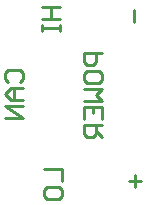
<source format=gbo>
%FSTAX23Y23*%
%MOIN*%
%SFA1B1*%

%IPPOS*%
%ADD73C,0.010000*%
%LNpcb-1*%
%LPD*%
G54D73*
X0065Y01275D02*
X0071D01*
Y01235*
X0065Y01185D02*
Y01205D01*
X0066Y01215*
X007*
X0071Y01205*
Y01185*
X007Y01175*
X0066*
X0065Y01185*
X00645Y01815D02*
X00705D01*
X00675*
Y01775*
X00645*
X00705*
X00645Y01755D02*
Y01735D01*
Y01745*
X00705*
Y01755*
Y01735*
X0095Y01805D02*
Y01765D01*
X00955Y01215D02*
Y01254D01*
X00935Y01234D02*
X00975D01*
X00845Y0166D02*
X00785D01*
Y0163*
X00795Y0162*
X00815*
X00825Y0163*
Y0166*
X00785Y0157D02*
Y0159D01*
X00795Y016*
X00835*
X00845Y0159*
Y0157*
X00835Y0156*
X00795*
X00785Y0157*
Y0154D02*
X00845D01*
X00825Y0152*
X00845Y015*
X00785*
Y0144D02*
Y0148D01*
X00845*
Y0144*
X00815Y0148D02*
Y0146D01*
X00845Y0142D02*
X00785D01*
Y0139*
X00795Y0138*
X00815*
X00825Y0139*
Y0142*
Y014D02*
X00845Y0138D01*
X0053Y01565D02*
X0052Y01575D01*
Y01595*
X0053Y01605*
X0057*
X0058Y01595*
Y01575*
X0057Y01565*
X0058Y01545D02*
X0054D01*
X0052Y01525*
X0054Y01505*
X0058*
X0055*
Y01545*
X0058Y01485D02*
X0052D01*
X0058Y01445*
X0052*
M02*
</source>
